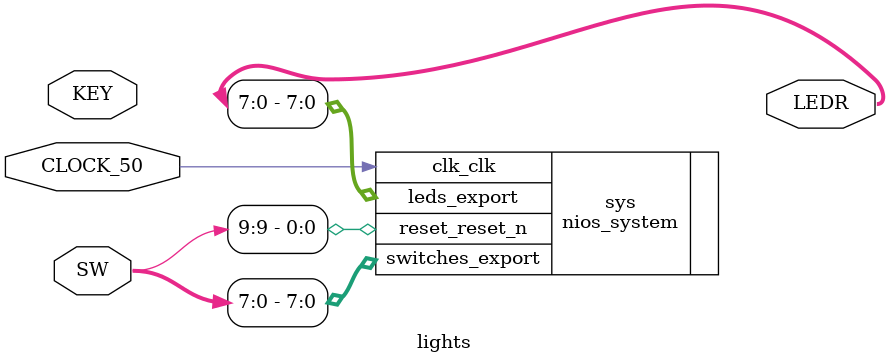
<source format=v>
module lights(CLOCK_50, SW, LEDR, KEY);
	input CLOCK_50;
	input [9:0] SW;
	input [3:0] KEY;
	output [9:0] LEDR;
	
	nios_system sys (
						  .clk_clk(CLOCK_50),         //      clk.clk
						  .leds_export(LEDR[7:0]),     //     leds.export
						  .reset_reset_n(SW[9]),   //    reset.reset_n
						  .switches_export(SW[7:0])  // switches.export
						  );

endmodule

</source>
